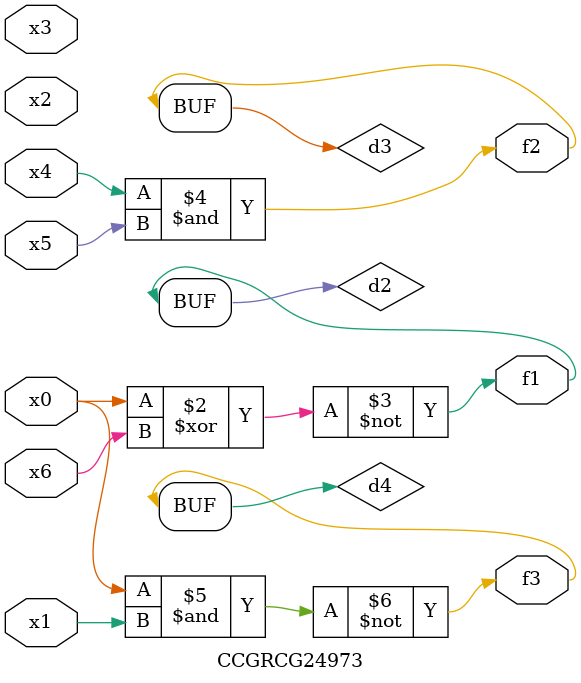
<source format=v>
module CCGRCG24973(
	input x0, x1, x2, x3, x4, x5, x6,
	output f1, f2, f3
);

	wire d1, d2, d3, d4;

	nor (d1, x0);
	xnor (d2, x0, x6);
	and (d3, x4, x5);
	nand (d4, x0, x1);
	assign f1 = d2;
	assign f2 = d3;
	assign f3 = d4;
endmodule

</source>
